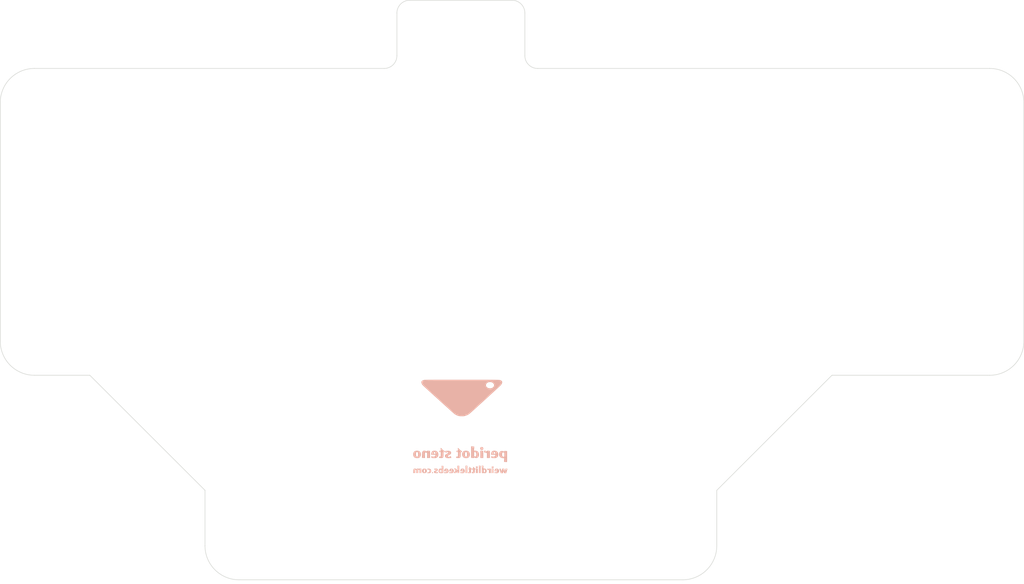
<source format=kicad_pcb>
(kicad_pcb (version 20211014) (generator pcbnew)
  (layers (0 "F.Cu" signal) (31 "B.Cu" signal) (34 "B.Paste" user) (35 "F.Paste" user) (36 "B.SilkS" user "B.Silkscreen") (37 "F.SilkS" user "F.Silkscreen") (38 "B.Mask" user) (39 "F.Mask" user) (44 "Edge.Cuts" user))
  (net 0 "")
  (footprint "MountingHole:MountingHole_2.7mm_M2.5" (layer "F.Cu") (at 95.25 44.45)
    (fp_text reference "H11")
    (fp_text value "MountingHole")
    (pad "" np_thru_hole circle (at 0 0) (size 2.7 2.7) (drill 2.7) (layers *.Cu *.Mask))
  )
  (footprint "MountingHole:MountingHole_2.7mm_M2.5" (layer "F.Cu") (at 228.6 91.44)
    (fp_text reference "H12")
    (fp_text value "MountingHole")
    (pad "" np_thru_hole circle (at 0 0) (size 2.7 2.7) (drill 2.7) (layers *.Cu *.Mask))
  )
  (footprint "MountingHole:MountingHole_2.7mm_M2.5" (layer "F.Cu") (at 190.5 44.45)
    (fp_text reference "H3")
    (fp_text value "MountingHole")
    (pad "" np_thru_hole circle (at 0 0) (size 2.7 2.7) (drill 2.7) (layers *.Cu *.Mask))
  )
  (footprint "MountingHole:MountingHole_2.7mm_M2.5" (layer "F.Cu") (at 114.3 129.54)
    (fp_text reference "H1")
    (fp_text value "MountingHole")
    (pad "" np_thru_hole circle (at 0 0) (size 2.7 2.7) (drill 2.7) (layers *.Cu *.Mask))
  )
  (footprint "MountingHole:MountingHole_2.7mm_M2.5" (layer "F.Cu") (at 64.3128 91.44)
    (fp_text reference "H2")
    (fp_text value "MountingHole")
    (pad "" np_thru_hole circle (at 0 0) (size 2.7 2.7) (drill 2.7) (layers *.Cu *.Mask))
  )
  (footprint "MountingHole:MountingHole_2.7mm_M2.5" (layer "F.Cu") (at 227.965 44.45)
    (fp_text reference "H9")
    (fp_text value "MountingHole")
    (pad "" np_thru_hole circle (at 0 0) (size 2.7 2.7) (drill 2.7) (layers *.Cu *.Mask))
  )
  (footprint "MountingHole:MountingHole_2.7mm_M2.5" (layer "F.Cu") (at 142.9004 92.71)
    (fp_text reference "H6")
    (fp_text value "MountingHole")
    (pad "" np_thru_hole circle (at 0 0) (size 2.7 2.7) (drill 2.7) (layers *.Cu *.Mask))
  )
  (footprint "MountingHole:MountingHole_2.7mm_M2.5" (layer "F.Cu") (at 171.45 129.54)
    (fp_text reference "H8")
    (fp_text value "MountingHole")
    (pad "" np_thru_hole circle (at 0 0) (size 2.7 2.7) (drill 2.7) (layers *.Cu *.Mask))
  )
  (footprint "FOOTPRINTS:STENO LOGO M" (layer "B.Cu") (at 142.875 104.775 180)
    (fp_text reference "G***")
    (fp_text value "LOGO" hide)
    (fp_poly (pts (xy 2.86565 -7.867455) (xy 2.977527 -7.926976) (xy 3.059938 -8.02779) (xy 3.110919 -8.168639) (xy 3.122219 -8.237137) (xy 3.137249 -8.364041) (xy 2.877109 -8.364041) (xy 2.753157 -8.365363) (xy 2.673624 -8.371347) (xy 2.631639 -8.38502) (xy 2.620335 -8.409409) (xy 2.632843 -8.447539) (xy 2.642928 -8.467231) (xy 2.6975 -8.518433) (xy 2.785732 -8.545366) (xy 2.895483 -8.546898) (xy 3.014613 -8.521896) (xy 3.057981 -8.505964) (xy 3.089063 -8.504044) (xy 3.108702 -8.537446) (xy 3.118788 -8.581173) (xy 3.126006 -8.646473) (xy 3.121392 -8.687996) (xy 3.11907 -8.691503) (xy 3.083305 -8.702267) (xy 3.009625 -8.709777) (xy 2.911328 -8.713986) (xy 2.801711 -8.714846) (xy 2.694071 -8.712309) (xy 2.601708 -8.706327) (xy 2.537917 -8.696852) (xy 2.527172 -8.693635) (xy 2.411263 -8.628859) (xy 2.330076 -8.530637) (xy 2.279901 -8.39418) (xy 2.274217 -8.366981) (xy 2.273189 -8.241225) (xy 2.298704 -8.157102) (xy 2.61697 -8.157102) (xy 2.625029 -8.191664) (xy 2.658318 -8.206965) (xy 2.719596 -8.210101) (xy 2.786521 -8.205939) (xy 2.816148 -8.188748) (xy 2.822222 -8.157102) (xy 2.806706 -8.078748) (xy 2.766916 -8.023098) (xy 2.719596 -8.004849) (xy 2.666782 -8.027868) (xy 2.62927 -8.0869) (xy 2.61697 -8.157102) (xy 2.298704 -8.157102) (xy 2.311254 -8.115727) (xy 2.380695 -8.00364) (xy 2.473799 -7.91812) (xy 2.561353 -7.877332) (xy 2.726271 -7.850487)) (layer "B.SilkS") (width 0) (fill solid))
    (fp_poly (pts (xy -5.721414 -8.181238) (xy -5.720272 -8.318527) (xy -5.717146 -8.443777) (xy -5.712484 -8.544784) (xy -5.706735 -8.609348) (xy -5.705379 -8.617399) (xy -5.689343 -8.697576) (xy -6.069998 -8.697576) (xy -6.068888 -8.276607) (xy -6.067778 -7.855637) (xy -5.97798 -7.840727) (xy -5.888006 -7.829935) (xy -5.804798 -7.825535) (xy -5.721414 -7.825253)) (layer "B.SilkS") (width 0) (fill solid))
    (fp_poly (pts (xy -7.738023 -7.85465) (xy -7.711248 -7.899418) (xy -7.685591 -7.960724) (xy -7.653061 -8.054782) (xy -7.619401 -8.164601) (xy -7.608402 -8.203669) (xy -7.58162 -8.296851) (xy -7.560336 -8.362561) (xy -7.547494 -8.392148) (xy -7.545088 -8.389697) (xy -7.53882 -8.348899) (xy -7.523427 -8.271483) (xy -7.501628 -8.17076) (xy -7.488732 -8.113889) (xy -7.434078 -7.876566) (xy -7.29613 -7.876566) (xy -7.205703 -7.88181) (xy -7.163277 -7.897895) (xy -7.159235 -7.908637) (xy -7.167671 -7.942847) (xy -7.190273 -8.016393) (xy -7.224118 -8.120229) (xy -7.266283 -8.245307) (xy -7.293932 -8.325556) (xy -7.427576 -8.710404) (xy -7.621032 -8.717801) (xy -7.814488 -8.725197) (xy -7.862816 -8.531121) (xy -7.887555 -8.442919) (xy -7.910323 -8.381075) (xy -7.927087 -8.356039) (xy -7.93007 -8.356957) (xy -7.946421 -8.39027) (xy -7.970905 -8.458208) (xy -7.997493 -8.543637) (xy -8.045992 -8.710404) (xy -8.238499 -8.717808) (xy -8.431006 -8.725211) (xy -8.551782 -8.332959) (xy -8.59283 -8.197873) (xy -8.627855 -8.07923) (xy -8.65428 -7.986032) (xy -8.669527 -7.927284) (xy -8.672238 -7.91218) (xy -8.649157 -7.897835) (xy -8.590843 -7.882365) (xy -8.513255 -7.868176) (xy -8.432352 -7.857673) (xy -8.364093 -7.853264) (xy -8.324436 -7.857353) (xy -8.321446 -7.859295) (xy -8.311999 -7.888266) (xy -8.298178 -7.952728) (xy -8.286041 -8.020694) (xy -8.266006 -8.126081) (xy -8.242123 -8.230011) (xy -8.228819 -8.278742) (xy -8.196528 -8.385867) (xy -8.135118 -8.118388) (xy -8.073709 -7.850909) (xy -7.991173 -7.850909) (xy -7.903044 -7.845631) (xy -7.83056 -7.835294) (xy -7.773891 -7.830817)) (layer "B.SilkS") (width 0) (fill solid))
    (fp_poly (pts (xy 0.562305 -4.278233) (xy 0.557159 -4.528384) (xy 0.697234 -4.535939) (xy 0.83731 -4.543494) (xy 0.78522 -4.797778) (xy 0.535002 -4.797778) (xy 0.543309 -5.172124) (xy 0.54695 -5.318343) (xy 0.551275 -5.42209) (xy 0.557737 -5.492198) (xy 0.567785 -5.537502) (xy 0.58287 -5.566838) (xy 0.604443 -5.589039) (xy 0.612919 -5.596051) (xy 0.68371 -5.631265) (xy 0.728374 -5.630175) (xy 0.793369 -5.611794) (xy 0.824886 -5.603001) (xy 0.850861 -5.605033) (xy 0.866106 -5.636116) (xy 0.875012 -5.70651) (xy 0.876199 -5.722948) (xy 0.87746 -5.800162) (xy 0.870907 -5.85391) (xy 0.863705 -5.867859) (xy 0.830417 -5.874395) (xy 0.757817 -5.881426) (xy 0.657885 -5.887947) (xy 0.581483 -5.891535) (xy 0.441741 -5.894468) (xy 0.340956 -5.889556) (xy 0.267232 -5.875812) (xy 0.229611 -5.862298) (xy 0.166389 -5.829623) (xy 0.118552 -5.789138) (xy 0.083793 -5.733512) (xy 0.059802 -5.655417) (xy 0.044271 -5.547525) (xy 0.03489 -5.402505) (xy 0.029656 -5.227526) (xy 0.020483 -4.797778) (xy -0.079557 -4.797778) (xy -0.143702 -4.795169) (xy -0.172123 -4.777443) (xy -0.179368 -4.72975) (xy -0.179596 -4.695673) (xy -0.175303 -4.63079) (xy -0.154014 -4.590026) (xy -0.10311 -4.555005) (xy -0.0717 -4.538524) (xy 0.016201 -4.482107) (xy 0.120441 -4.398248) (xy 0.226433 -4.300451) (xy 0.319587 -4.202222) (xy 0.385317 -4.117064) (xy 0.387723 -4.113227) (xy 0.443487 -4.048012) (xy 0.503899 -4.028081) (xy 0.567452 -4.028081)) (layer "B.SilkS") (width 0) (fill solid))
    (fp_poly (pts (xy -2.796215 -8.203687) (xy -2.795069 -8.342389) (xy -2.792156 -8.466536) (xy -2.78787 -8.565272) (xy -2.782606 -8.627742) (xy -2.780395 -8.639849) (xy -2.775083 -8.669297) (xy -2.785416 -8.686518) (xy -2.82133 -8.694789) (xy -2.892761 -8.697382) (xy -2.955546 -8.697576) (xy -3.146168 -8.697576) (xy -3.144549 -8.276592) (xy -3.142929 -7.855609) (xy -3.053131 -7.840713) (xy -2.963155 -7.829931) (xy -2.879949 -7.825535) (xy -2.796566 -7.825253)) (layer "B.SilkS") (width 0) (fill solid))
    (fp_poly (pts (xy 5.035636 -4.529435) (xy 5.118726 -4.534406) (xy 5.178236 -4.546025) (xy 5.228024 -4.567022) (xy 5.281951 -4.600124) (xy 5.282988 -4.60081) (xy 5.388407 -4.700939) (xy 5.466245 -4.842114) (xy 5.514999 -5.021186) (xy 5.526936 -5.112071) (xy 5.543247 -5.285253) (xy 5.132028 -5.285253) (xy 4.978438 -5.285528) (xy 4.868776 -5.286984) (xy 4.795654 -5.290564) (xy 4.751687 -5.297214) (xy 4.72949 -5.307877) (xy 4.721675 -5.323499) (xy 4.720808 -5.33784) (xy 4.743008 -5.430723) (xy 4.800835 -5.519376) (xy 4.88113 -5.58366) (xy 4.881596 -5.583902) (xy 4.9905 -5.617403) (xy 5.122905 -5.624663) (xy 5.258563 -5.606252) (xy 5.362266 -5.570381) (xy 5.428083 -5.540281) (xy 5.471117 -5.523816) (xy 5.479654 -5.522753) (xy 5.485744 -5.54945) (xy 5.495339 -5.611939) (xy 5.503404 -5.673236) (xy 5.521255 -5.817482) (xy 5.396839 -5.861763) (xy 5.273518 -5.892284) (xy 5.11923 -5.911202) (xy 4.953139 -5.917869) (xy 4.794407 -5.911641) (xy 4.662199 -5.891872) (xy 4.643838 -5.887145) (xy 4.478109 -5.817431) (xy 4.348358 -5.711477) (xy 4.255639 -5.570639) (xy 4.201007 -5.396272) (xy 4.188701 -5.302064) (xy 4.194957 -5.105657) (xy 4.718483 -5.105657) (xy 5.054343 -5.105657) (xy 5.054343 -5.004701) (xy 5.041617 -4.882111) (xy 5.005048 -4.798451) (xy 4.947055 -4.756936) (xy 4.870852 -4.76053) (xy 4.816893 -4.802298) (xy 4.770712 -4.885411) (xy 4.737683 -4.999957) (xy 4.735903 -5.009445) (xy 4.718483 -5.105657) (xy 4.194957 -5.105657) (xy 4.195039 -5.103073) (xy 4.245207 -4.922449) (xy 4.336272 -4.765982) (xy 4.465303 -4.63946) (xy 4.55229 -4.584254) (xy 4.611086 -4.557339) (xy 4.674724 -4.540524) (xy 4.757289 -4.531641) (xy 4.872865 -4.528521) (xy 4.915106 -4.528384)) (layer "B.SilkS") (width 0) (fill solid))
    (fp_poly (pts (xy 2.554825 -4.544249) (xy 2.67106 -4.552121) (xy 2.779977 -4.563579) (xy 2.870322 -4.577228) (xy 2.93084 -4.591673) (xy 2.950505 -4.604287) (xy 2.941031 -4.629599) (xy 2.917122 -4.686243) (xy 2.885549 -4.758826) (xy 2.853084 -4.831955) (xy 2.826498 -4.890234) (xy 2.812562 -4.918271) (xy 2.812177 -4.918767) (xy 2.788487 -4.911297) (xy 2.733035 -4.886209) (xy 2.681918 -4.86104) (xy 2.553395 -4.81017) (xy 2.450686 -4.801552) (xy 2.375346 -4.831545) (xy 2.339045 -4.870653) (xy 2.338989 -4.91218) (xy 2.378178 -4.959618) (xy 2.459611 -5.016461) (xy 2.586288 -5.086203) (xy 2.600118 -5.093286) (xy 2.743002 -5.17124) (xy 2.844222 -5.240497) (xy 2.910932 -5.308176) (xy 2.950283 -5.381394) (xy 2.968484 -5.45986) (xy 2.96167 -5.588778) (xy 2.909792 -5.705908) (xy 2.818926 -5.803671) (xy 2.695149 -5.874488) (xy 2.616455 -5.898928) (xy 2.500515 -5.915422) (xy 2.350602 -5.921848) (xy 2.183049 -5.918261) (xy 2.014188 -5.904718) (xy 1.95085 -5.896657) (xy 1.864574 -5.883122) (xy 1.801081 -5.870877) (xy 1.775031 -5.862978) (xy 1.777481 -5.835533) (xy 1.793476 -5.773093) (xy 1.819571 -5.689077) (xy 1.820056 -5.687619) (xy 1.875082 -5.522264) (xy 2.013986 -5.597497) (xy 2.132764 -5.649333) (xy 2.241017 -5.673952) (xy 2.331479 -5.672638) (xy 2.396886 -5.646673) (xy 2.429973 -5.597341) (xy 2.423474 -5.525925) (xy 2.423226 -5.525221) (xy 2.396779 -5.483487) (xy 2.341721 -5.436305) (xy 2.251214 -5.378565) (xy 2.155152 -5.324821) (xy 2.043262 -5.262649) (xy 1.967004 -5.214254) (xy 1.915885 -5.170927) (xy 1.879413 -5.123957) (xy 1.850869 -5.072229) (xy 1.807686 -4.945082) (xy 1.813603 -4.830496) (xy 1.869244 -4.724208) (xy 1.908227 -4.680379) (xy 1.980849 -4.621435) (xy 2.067534 -4.580697) (xy 2.178248 -4.555573) (xy 2.322956 -4.543471) (xy 2.442525 -4.541356)) (layer "B.SilkS") (width 0) (fill solid))
    (fp_poly (pts (xy 6.935835 -4.525021) (xy 7.031133 -4.570886) (xy 7.117726 -4.649895) (xy 7.177715 -4.744711) (xy 7.185999 -4.767357) (xy 7.195962 -4.822239) (xy 7.20622 -4.918655) (xy 7.216031 -5.046834) (xy 7.224653 -5.197007) (xy 7.231346 -5.359403) (xy 7.231649 -5.368677) (xy 7.24798 -5.875435) (xy 7.055556 -5.875677) (xy 6.945177 -5.878011) (xy 6.840941 -5.883897) (xy 6.76558 -5.892039) (xy 6.668029 -5.908159) (xy 6.685846 -5.486281) (xy 6.692099 -5.28918) (xy 6.691479 -5.137289) (xy 6.682999 -5.024844) (xy 6.665673 -4.94608) (xy 6.638512 -4.895232) (xy 6.60053 -4.866537) (xy 6.578418 -4.859002) (xy 6.493893 -4.85992) (xy 6.40153 -4.893773) (xy 6.323932 -4.952188) (xy 6.322471 -4.953787) (xy 6.306467 -4.976459) (xy 6.295355 -5.008577) (xy 6.288645 -5.057994) (xy 6.285849 -5.132562) (xy 6.286477 -5.240133) (xy 6.29004 -5.388561) (xy 6.291749 -5.446934) (xy 6.305094 -5.891387) (xy 5.734242 -5.888985) (xy 5.734242 -5.226849) (xy 5.734383 -5.025595) (xy 5.735107 -4.869738) (xy 5.736865 -4.753363) (xy 5.740108 -4.670552) (xy 5.745289 -4.615392) (xy 5.752859 -4.581965) (xy 5.76327 -4.564357) (xy 5.776972 -4.556651) (xy 5.785556 -4.554591) (xy 5.833868 -4.548352) (xy 5.91802 -4.540523) (xy 6.022623 -4.532481) (xy 6.061364 -4.529863) (xy 6.285859 -4.515257) (xy 6.285859 -4.594514) (xy 6.291154 -4.646266) (xy 6.304011 -4.664342) (xy 6.305101 -4.66391) (xy 6.495599 -4.580275) (xy 6.673886 -4.529302) (xy 6.831819 -4.512784)) (layer "B.SilkS") (width 0) (fill solid))
    (fp_poly (pts (xy -3.617576 -5.888182) (xy -4.176324 -5.888182) (xy -4.172758 -5.229656) (xy -4.171314 -5.051139) (xy -4.169098 -4.890107) (xy -4.166281 -4.753501) (xy -4.163031 -4.648259) (xy -4.159519 -4.581319) (xy -4.156364 -4.559621) (xy -4.126934 -4.553226) (xy -4.057685 -4.545095) (xy -3.960026 -4.536427) (xy -3.880556 -4.53066) (xy -3.617576 -4.513207)) (layer "B.SilkS") (width 0) (fill solid))
    (fp_poly (pts (xy -5.813584 -7.457387) (xy -5.747714 -7.506583) (xy -5.722034 -7.585359) (xy -5.721807 -7.596364) (xy -5.734878 -7.671821) (xy -5.781148 -7.723693) (xy -5.81594 -7.744442) (xy -5.907025 -7.771994) (xy -5.992547 -7.751218) (xy -6.038661 -7.720764) (xy -6.09451 -7.650921) (xy -6.100572 -7.570725) (xy -6.066323 -7.497426) (xy -6.023791 -7.457963) (xy -5.958762 -7.441891) (xy -5.91636 -7.440404)) (layer "B.SilkS") (width 0) (fill solid))
    (fp_poly (pts (xy -0.194504 -7.865492) (xy -0.129139 -7.873805) (xy -0.082621 -7.89325) (xy -0.038737 -7.928401) (xy -0.027248 -7.939249) (xy 0.052507 -8.050062) (xy 0.095634 -8.190844) (xy 0.102483 -8.280657) (xy 0.102626 -8.364041) (xy -0.153939 -8.364041) (xy -0.261642 -8.365121) (xy -0.34708 -8.368033) (xy -0.399394 -8.372285) (xy -0.410505 -8.375662) (xy -0.401 -8.40502) (xy -0.380766 -8.452553) (xy -0.326311 -8.51417) (xy -0.238414 -8.54639) (xy -0.126522 -8.547989) (xy -0.00008 -8.517743) (xy 0.030757 -8.505868) (xy 0.064151 -8.504614) (xy 0.087671 -8.541164) (xy 0.097747 -8.573467) (xy 0.108059 -8.637394) (xy 0.102142 -8.679728) (xy 0.10035 -8.682176) (xy 0.067213 -8.693092) (xy -0.005013 -8.703688) (xy -0.104117 -8.712438) (xy -0.171892 -8.716189) (xy -0.293011 -8.720105) (xy -0.377702 -8.718008) (xy -0.44069 -8.707942) (xy -0.496702 -8.687952) (xy -0.538788 -8.667448) (xy -0.642755 -8.595618) (xy -0.707297 -8.503827) (xy -0.736584 -8.383712) (xy -0.737815 -8.268105) (xy -0.722773 -8.164497) (xy -0.410505 -8.164497) (xy -0.400721 -8.193352) (xy -0.363258 -8.206951) (xy -0.294562 -8.210101) (xy -0.223884 -8.2083) (xy -0.19251 -8.197275) (xy -0.188438 -8.168601) (xy -0.194078 -8.139546) (xy -0.213147 -8.061282) (xy -0.231188 -8.021084) (xy -0.256144 -8.006497) (xy -0.279962 -8.004849) (xy -0.334165 -8.026912) (xy -0.382338 -8.080482) (xy -0.409001 -8.146629) (xy -0.410505 -8.164497) (xy -0.722773 -8.164497) (xy -0.718419 -8.134506) (xy -0.671814 -8.03204) (xy -0.589275 -7.943971) (xy -0.554571 -7.916636) (xy -0.503135 -7.887035) (xy -0.438196 -7.870622) (xy -0.34412 -7.864214) (xy -0.294931 -7.863738)) (layer "B.SilkS") (width 0) (fill solid))
    (fp_poly (pts (xy -2.874175 -7.458586) (xy -2.808426 -7.505829) (xy -2.775528 -7.571179) (xy -2.78053 -7.643683) (xy -2.828481 -7.712386) (xy -2.83851 -7.720764) (xy -2.930284 -7.76721) (xy -3.023024 -7.762447) (xy -3.06596 -7.743282) (xy -3.128605 -7.693988) (xy -3.153242 -7.629003) (xy -3.155365 -7.591906) (xy -3.133344 -7.514129) (xy -3.071361 -7.461608) (xy -2.9771 -7.440545) (xy -2.967727 -7.440404)) (layer "B.SilkS") (width 0) (fill solid))
    (fp_poly (pts (xy 6.957649 -7.878819) (xy 7.078928 -7.934508) (xy 7.171314 -8.018595) (xy 7.192359 -8.050315) (xy 7.229538 -8.154637) (xy 7.24278 -8.28165) (xy 7.23202 -8.409225) (xy 7.19719 -8.515232) (xy 7.193775 -8.521401) (xy 7.115997 -8.609878) (xy 7.003279 -8.677234) (xy 6.870057 -8.716322) (xy 6.786162 -8.723233) (xy 6.626681 -8.699346) (xy 6.542033 -8.665505) (xy 6.429945 -8.586566) (xy 6.359857 -8.4823) (xy 6.328973 -8.347741) (xy 6.326978 -8.283708) (xy 6.334198 -8.227806) (xy 6.669474 -8.227806) (xy 6.669761 -8.333756) (xy 6.683402 -8.431313) (xy 6.709975 -8.502692) (xy 6.721438 -8.517398) (xy 6.782258 -8.552295) (xy 6.83925 -8.53725) (xy 6.876672 -8.490992) (xy 6.892837 -8.430458) (xy 6.900264 -8.338811) (xy 6.899175 -8.235463) (xy 6.889793 -8.139826) (xy 6.872341 -8.071312) (xy 6.871841 -8.070198) (xy 6.827941 -8.016723) (xy 6.773191 -8.010554) (xy 6.717839 -8.052221) (xy 6.710647 -8.061871) (xy 6.682962 -8.131249) (xy 6.669474 -8.227806) (xy 6.334198 -8.227806) (xy 6.346082 -8.135798) (xy 6.401137 -8.021614) (xy 6.495555 -7.935207) (xy 6.542033 -7.908637) (xy 6.677044 -7.863235) (xy 6.819635 -7.854179)) (layer "B.SilkS") (width 0) (fill solid))
    (fp_poly (pts (xy -6.511876 -7.872528) (xy -6.399638 -7.934317) (xy -6.317689 -8.034117) (xy -6.270429 -8.168685) (xy -6.260345 -8.280657) (xy -6.260202 -8.364041) (xy -6.516768 -8.364041) (xy -6.624463 -8.366103) (xy -6.709899 -8.371665) (xy -6.762216 -8.379786) (xy -6.773333 -8.386237) (xy -6.75335 -8.434663) (xy -6.704917 -8.48954) (xy -6.645309 -8.534031) (xy -6.605089 -8.550199) (xy -6.515418 -8.551578) (xy -6.406294 -8.530996) (xy -6.332072 -8.505868) (xy -6.298677 -8.504614) (xy -6.275158 -8.541164) (xy -6.265081 -8.573467) (xy -6.254769 -8.637394) (xy -6.260686 -8.679728) (xy -6.262478 -8.682176) (xy -6.295615 -8.693092) (xy -6.367841 -8.703688) (xy -6.466946 -8.712438) (xy -6.534721 -8.716189) (xy -6.655839 -8.720105) (xy -6.74053 -8.718008) (xy -6.803519 -8.707942) (xy -6.85953 -8.687952) (xy -6.901616 -8.667448) (xy -7.011386 -8.58596) (xy -7.079261 -8.47579) (xy -7.106238 -8.335193) (xy -7.106829 -8.307984) (xy -7.088809 -8.164497) (xy -6.773333 -8.164497) (xy -6.763677 -8.193196) (xy -6.726616 -8.206823) (xy -6.65584 -8.210101) (xy -6.538347 -8.210101) (xy -6.556231 -8.126718) (xy -6.574646 -8.053094) (xy -6.594743 -8.017071) (xy -6.626082 -8.00554) (xy -6.64511 -8.004849) (xy -6.697524 -8.026818) (xy -6.744786 -8.080007) (xy -6.771578 -8.145344) (xy -6.773333 -8.164497) (xy -7.088809 -8.164497) (xy -7.086946 -8.149659) (xy -7.02808 -8.023088) (xy -6.931579 -7.930229) (xy -6.809618 -7.87595) (xy -6.650003 -7.851991)) (layer "B.SilkS") (width 0) (fill solid))
    (fp_poly (pts (xy -1.584128 -7.531225) (xy -1.569179 -7.582191) (xy -1.565055 -7.67941) (xy -1.56505 -7.684142) (xy -1.56505 -7.850909) (xy -1.475252 -7.850909) (xy -1.414921 -7.8552) (xy -1.390175 -7.876964) (xy -1.385454 -7.927879) (xy -1.391812 -7.982397) (xy -1.4218 -8.002491) (xy -1.462424 -8.004849) (xy -1.539394 -8.004849) (xy -1.539394 -8.245445) (xy -1.536188 -8.378213) (xy -1.52443 -8.466518) (xy -1.500908 -8.516929) (xy -1.462412 -8.536016) (xy -1.405729 -8.530351) (xy -1.400737 -8.529132) (xy -1.35625 -8.522447) (xy -1.337842 -8.541494) (xy -1.334144 -8.598757) (xy -1.334141 -8.602252) (xy -1.346192 -8.676983) (xy -1.374725 -8.707659) (xy -1.422628 -8.715599) (xy -1.503441 -8.71994) (xy -1.599129 -8.720746) (xy -1.691661 -8.718085) (xy -1.763004 -8.712022) (xy -1.789839 -8.706143) (xy -1.830123 -8.674495) (xy -1.859917 -8.612616) (xy -1.880853 -8.514415) (xy -1.894559 -8.373807) (xy -1.898586 -8.299899) (xy -1.911414 -8.017677) (xy -1.98197 -8.009559) (xy -2.039682 -7.988052) (xy -2.055593 -7.947327) (xy -2.031153 -7.895772) (xy -1.967813 -7.841778) (xy -1.951216 -7.831772) (xy -1.878947 -7.780068) (xy -1.796561 -7.706031) (xy -1.739747 -7.645775) (xy -1.66483 -7.564023) (xy -1.614484 -7.525504)) (layer "B.SilkS") (width 0) (fill solid))
    (fp_poly (pts (xy -4.849091 -4.704097) (xy -4.791364 -4.651312) (xy -4.658474 -4.561942) (xy -4.509262 -4.518995) (xy -4.451883 -4.515556) (xy -4.376224 -4.520924) (xy -4.332336 -4.542399) (xy -4.31713 -4.588032) (xy -4.327518 -4.665876) (xy -4.355337 -4.767288) (xy -4.385797 -4.859609) (xy -4.41102 -4.910909) (xy -4.436586 -4.930326) (xy -4.454901 -4.930389) (xy -4.566568 -4.912382) (xy -4.64295 -4.905932) (xy -4.698709 -4.910841) (xy -4.747367 -4.926435) (xy -4.805536 -4.96495) (xy -4.837841 -5.013013) (xy -4.83787 -5.013129) (xy -4.842111 -5.056816) (xy -4.844844 -5.141656) (xy -4.845935 -5.257506) (xy -4.845253 -5.394223) (xy -4.843958 -5.480949) (xy -4.836263 -5.893853) (xy -5.120944 -5.891018) (xy -5.405625 -5.888182) (xy -5.403166 -5.227247) (xy -5.402042 -5.022671) (xy -5.400148 -4.863787) (xy -5.397141 -4.744976) (xy -5.392679 -4.660617) (xy -5.386418 -4.605091) (xy -5.378017 -4.57278) (xy -5.367132 -4.558062) (xy -5.362222 -4.555899) (xy -5.320638 -4.549549) (xy -5.241671 -4.541305) (xy -5.139147 -4.532534) (xy -5.086414 -4.528596) (xy -4.849091 -4.511704)) (layer "B.SilkS") (width 0) (fill solid))
    (fp_poly (pts (xy -3.880587 -7.485303) (xy -3.887469 -7.565831) (xy -3.892649 -7.686235) (xy -3.895883 -7.8351) (xy -3.896926 -8.00101) (xy -3.895534 -8.17255) (xy -3.895445 -8.178049) (xy -3.892923 -8.354854) (xy -3.892197 -8.486777) (xy -3.893672 -8.58023) (xy -3.897753 -8.641623) (xy -3.904847 -8.677369) (xy -3.915358 -8.69388) (xy -3.928288 -8.697594) (xy -3.977895 -8.700948) (xy -4.05442 -8.70942) (xy -4.088641 -8.713892) (xy -4.162035 -8.721113) (xy -4.197601 -8.71459) (xy -4.207609 -8.691676) (xy -4.207677 -8.688235) (xy -4.215203 -8.654589) (xy -4.244108 -8.652317) (xy -4.303877 -8.681098) (xy -4.310303 -8.684748) (xy -4.416078 -8.718101) (xy -4.533912 -8.712364) (xy -4.638968 -8.671262) (xy -4.724681 -8.591113) (xy -4.777132 -8.474531) (xy -4.797107 -8.319643) (xy -4.797356 -8.294309) (xy -4.793171 -8.260264) (xy -4.509797 -8.260264) (xy -4.508208 -8.366267) (xy -4.484277 -8.455352) (xy -4.441623 -8.5189) (xy -4.383863 -8.548295) (xy -4.320844 -8.537926) (xy -4.290832 -8.52179) (xy -4.272555 -8.499406) (xy -4.263627 -8.459678) (xy -4.261658 -8.391511) (xy -4.264261 -8.283809) (xy -4.264501 -8.276127) (xy -4.271818 -8.043334) (xy -4.361504 -8.043334) (xy -4.420343 -8.048315) (xy -4.454227 -8.072574) (xy -4.480032 -8.130086) (xy -4.485426 -8.14596) (xy -4.509797 -8.260264) (xy -4.793171 -8.260264) (xy -4.777628 -8.133838) (xy -4.719379 -8.007214) (xy -4.622498 -7.914321) (xy -4.486873 -7.855046) (xy -4.346329 -7.831417) (xy -4.179455 -7.818022) (xy -4.196798 -7.581753) (xy -4.214141 -7.345485) (xy -4.130732 -7.328803) (xy -4.04427 -7.317056) (xy -3.952874 -7.312122) (xy -3.857253 -7.312122)) (layer "B.SilkS") (width 0) (fill solid))
    (fp_poly (pts (xy -1.898586 -5.875354) (xy -1.994798 -5.875536) (xy -2.072176 -5.87813) (xy -2.175728 -5.884682) (xy -2.264192 -5.892075) (xy -2.437374 -5.908431) (xy -2.437374 -5.840579) (xy -2.440726 -5.79056) (xy -2.447654 -5.772728) (xy -2.474551 -5.78269) (xy -2.533759 -5.808516) (xy -2.59518 -5.836618) (xy -2.762489 -5.890233) (xy -2.924772 -5.893756) (xy -3.068938 -5.851927) (xy -3.185668 -5.774465) (xy -3.274989 -5.65885) (xy -3.339566 -5.50133) (xy -3.352822 -5.452279) (xy -3.376069 -5.342752) (xy -3.378752 -5.30737) (xy -2.864771 -5.30737) (xy -2.835597 -5.448773) (xy -2.778502 -5.559) (xy -2.755871 -5.584846) (xy -2.697887 -5.625945) (xy -2.635108 -5.629571) (xy -2.555387 -5.595125) (xy -2.520074 -5.573207) (xy -2.497061 -5.556073) (xy -2.481266 -5.534134) (xy -2.471565 -5.498641) (xy -2.466835 -5.440844) (xy -2.465954 -5.351993) (xy -2.467799 -5.223338) (xy -2.468761 -5.173398) (xy -2.475859 -4.811775) (xy -2.546414 -4.786996) (xy -2.642921 -4.775569) (xy -2.725755 -4.811267) (xy -2.792274 -4.891104) (xy -2.839833 -5.01209) (xy -2.86342 -5.145436) (xy -2.864771 -5.30737) (xy -3.378752 -5.30737) (xy -3.382858 -5.253231) (xy -3.374214 -5.155481) (xy -3.365595 -5.101463) (xy -3.312031 -4.91112) (xy -3.223075 -4.757904) (xy -3.098877 -4.641933) (xy -2.939589 -4.563324) (xy -2.745361 -4.522195) (xy -2.613533 -4.515556) (xy -2.438657 -4.515556) (xy -2.449605 -4.445) (xy -2.455023 -4.392009) (xy -2.461548 -4.300815) (xy -2.468336 -4.184491) (xy -2.474216 -4.063647) (xy -2.487878 -3.75285) (xy -2.264338 -3.734712) (xy -2.153124 -3.724729) (xy -2.053685 -3.714108) (xy -1.983076 -3.704722) (xy -1.969692 -3.702353) (xy -1.898586 -3.688132)) (layer "B.SilkS") (width 0) (fill solid))
    (fp_poly (pts (xy 8.233577 -4.521082) (xy 8.433475 -4.552985) (xy 8.598136 -4.622064) (xy 8.726601 -4.727312) (xy 8.817914 -4.867724) (xy 8.871118 -5.042293) (xy 8.885606 -5.206518) (xy 8.867372 -5.409421) (xy 8.809217 -5.580418) (xy 8.71243 -5.718174) (xy 8.578305 -5.82135) (xy 8.408132 -5.888611) (xy 8.203205 -5.918618) (xy 8.197273 -5.918896) (xy 8.058789 -5.919646) (xy 7.948541 -5.906011) (xy 7.855594 -5.879389) (xy 7.697512 -5.798019) (xy 7.574842 -5.68071) (xy 7.489409 -5.530316) (xy 7.443038 -5.349693) (xy 7.437151 -5.258873) (xy 7.962712 -5.258873) (xy 7.97661 -5.394025) (xy 8.006739 -5.510691) (xy 8.053099 -5.595671) (xy 8.069429 -5.612374) (xy 8.120652 -5.651524) (xy 8.156674 -5.669904) (xy 8.158788 -5.670101) (xy 8.191949 -5.654611) (xy 8.242215 -5.616867) (xy 8.247407 -5.612374) (xy 8.29595 -5.541558) (xy 8.331239 -5.434196) (xy 8.352393 -5.303543) (xy 8.35853 -5.162853) (xy 8.348769 -5.025379) (xy 8.322227 -4.904376) (xy 8.298379 -4.846151) (xy 8.241137 -4.777437) (xy 8.169915 -4.753638) (xy 8.095182 -4.776985) (xy 8.069428 -4.797367) (xy 8.018403 -4.87448) (xy 7.983608 -4.985901) (xy 7.965045 -5.118432) (xy 7.962712 -5.258873) (xy 7.437151 -5.258873) (xy 7.434703 -5.221112) (xy 7.455645 -5.021146) (xy 7.516947 -4.85172) (xy 7.616324 -4.714837) (xy 7.751491 -4.612499) (xy 7.920163 -4.546708) (xy 8.120053 -4.519468)) (layer "B.SilkS") (width 0) (fill solid))
    (fp_poly (pts (xy -0.874503 -4.521082) (xy -0.701822 -4.544322) (xy -0.562209 -4.594946) (xy -0.442044 -4.679047) (xy -0.378065 -4.743153) (xy -0.299468 -4.853715) (xy -0.250829 -4.983216) (xy -0.228506 -5.143142) (xy -0.2261 -5.222485) (xy -0.248028 -5.408329) (xy -0.313072 -5.575755) (xy -0.416781 -5.717509) (xy -0.554709 -5.826339) (xy -0.615758 -5.857818) (xy -0.756515 -5.900733) (xy -0.921686 -5.919853) (xy -1.089851 -5.914453) (xy -1.23959 -5.883811) (xy -1.25274 -5.879326) (xy -1.414251 -5.797238) (xy -1.538587 -5.68051) (xy -1.624382 -5.531255) (xy -1.670268 -5.351587) (xy -1.67806 -5.221724) (xy -1.676095 -5.203917) (xy -1.149463 -5.203917) (xy -1.143352 -5.333464) (xy -1.122144 -5.473185) (xy -1.08874 -5.569618) (xy -1.038704 -5.630199) (xy -0.967601 -5.662364) (xy -0.944309 -5.667125) (xy -0.914772 -5.653966) (xy -0.866187 -5.617863) (xy -0.859744 -5.612374) (xy -0.811774 -5.542185) (xy -0.778508 -5.435896) (xy -0.760235 -5.306654) (xy -0.757243 -5.167606) (xy -0.769823 -5.0319) (xy -0.798264 -4.912683) (xy -0.842387 -4.823729) (xy -0.904375 -4.765892) (xy -0.965447 -4.754117) (xy -1.022529 -4.783195) (xy -1.072545 -4.847922) (xy -1.112423 -4.943088) (xy -1.139087 -5.063489) (xy -1.149463 -5.203917) (xy -1.676095 -5.203917) (xy -1.655945 -5.021362) (xy -1.593562 -4.851664) (xy -1.493198 -4.714626) (xy -1.357143 -4.612243) (xy -1.187686 -4.546512) (xy -0.987115 -4.519427)) (layer "B.SilkS") (width 0) (fill solid))
    (fp_poly (pts (xy 6.103494 -7.866082) (xy 6.187095 -7.872258) (xy 6.237752 -7.880983) (xy 6.24036 -7.881945) (xy 6.267578 -7.897486) (xy 6.269626 -7.922313) (xy 6.246505 -7.972808) (xy 6.24036 -7.984571) (xy 6.20972 -8.04249) (xy 6.190758 -8.077466) (xy 6.189219 -8.080108) (xy 6.168576 -8.074862) (xy 6.152017 -8.060866) (xy 6.107453 -8.04053) (xy 6.038275 -8.030678) (xy 6.028138 -8.030505) (xy 5.934327 -8.049495) (xy 5.871226 -8.107838) (xy 5.836924 -8.20759) (xy 5.832428 -8.241131) (xy 5.841041 -8.361614) (xy 5.888108 -8.45981) (xy 5.966067 -8.528116) (xy 6.067354 -8.558931) (xy 6.144499 -8.554819) (xy 6.202432 -8.548729) (xy 6.22932 -8.567469) (xy 6.2416 -8.611831) (xy 6.247917 -8.670799) (xy 6.2435 -8.703844) (xy 6.213916 -8.713044) (xy 6.146396 -8.719881) (xy 6.054306 -8.723124) (xy 6.033215 -8.723233) (xy 5.909589 -8.718862) (xy 5.816988 -8.70332) (xy 5.735679 -8.672966) (xy 5.720436 -8.665505) (xy 5.617147 -8.595185) (xy 5.552883 -8.50406) (xy 5.523634 -8.384084) (xy 5.522387 -8.268105) (xy 5.54815 -8.117435) (xy 5.607703 -8.003331) (xy 5.703029 -7.924126) (xy 5.836111 -7.878154) (xy 6.003636 -7.863738)) (layer "B.SilkS") (width 0) (fill solid))
    (fp_poly (pts (xy 3.560159 -7.909803) (xy 3.620938 -7.891548) (xy 3.782632 -7.858179) (xy 3.913438 -7.865358) (xy 4.014652 -7.91401) (xy 4.087566 -8.005065) (xy 4.133476 -8.139449) (xy 4.151133 -8.271537) (xy 4.150421 -8.417853) (xy 4.121598 -8.527576) (xy 4.060594 -8.609447) (xy 3.96487 -8.671469) (xy 3.853406 -8.705865) (xy 3.712537 -8.721034) (xy 3.560581 -8.716609) (xy 3.415856 -8.69222) (xy 3.383629 -8.683169) (xy 3.265137 -8.646679) (xy 3.260917 -8.432638) (xy 3.620643 -8.432638) (xy 3.622511 -8.506655) (xy 3.630138 -8.548837) (xy 3.644967 -8.568883) (xy 3.661571 -8.5752) (xy 3.742414 -8.569595) (xy 3.806923 -8.522515) (xy 3.83811 -8.456709) (xy 3.852554 -8.34847) (xy 3.851907 -8.237395) (xy 3.837039 -8.144178) (xy 3.823483 -8.108699) (xy 3.786411 -8.06847) (xy 3.725389 -8.060024) (xy 3.712083 -8.061078) (xy 3.630404 -8.06899) (xy 3.623086 -8.317086) (xy 3.620643 -8.432638) (xy 3.260917 -8.432638) (xy 3.252612 -8.011471) (xy 3.249276 -7.836854) (xy 3.246493 -7.680357) (xy 3.24437 -7.548924) (xy 3.243012 -7.449498) (xy 3.242526 -7.389022) (xy 3.242821 -7.373357) (xy 3.267628 -7.369602) (xy 3.330222 -7.362491) (xy 3.417307 -7.35353) (xy 3.421607 -7.353106) (xy 3.597659 -7.335761)) (layer "B.SilkS") (width 0) (fill solid))
    (fp_poly (pts (xy 4.753146 -7.858075) (xy 4.848091 -7.864295) (xy 4.924107 -7.873025) (xy 4.966361 -7.883516) (xy 4.96927 -7.885566) (xy 4.970233 -7.915024) (xy 4.95909 -7.975547) (xy 4.951887 -8.004216) (xy 4.932518 -8.070063) (xy 4.914523 -8.094712) (xy 4.885986 -8.086528) (xy 4.858986 -8.069428) (xy 4.789012 -8.039956) (xy 4.717362 -8.034143) (xy 4.659702 -8.050256) (xy 4.631695 -8.086563) (xy 4.63101 -8.094647) (xy 4.653331 -8.141813) (xy 4.722495 -8.191323) (xy 4.746465 -8.203918) (xy 4.868443 -8.271095) (xy 4.948697 -8.331216) (xy 4.994898 -8.391125) (xy 5.011997 -8.440943) (xy 5.009224 -8.542817) (xy 4.964403 -8.630387) (xy 4.885359 -8.68949) (xy 4.871699 -8.694795) (xy 4.80771 -8.707173) (xy 4.709059 -8.715415) (xy 4.592254 -8.719216) (xy 4.473802 -8.718275) (xy 4.37021 -8.71229) (xy 4.315601 -8.70498) (xy 4.282799 -8.694899) (xy 4.269745 -8.673641) (xy 4.276307 -8.630141) (xy 4.302349 -8.553336) (xy 4.313401 -8.523588) (xy 4.333812 -8.48383) (xy 4.362422 -8.48396) (xy 4.393359 -8.501827) (xy 4.47191 -8.538185) (xy 4.55521 -8.556907) (xy 4.622782 -8.554246) (xy 4.639949 -8.546931) (xy 4.667952 -8.506359) (xy 4.650413 -8.454899) (xy 4.590484 -8.397845) (xy 4.528064 -8.359059) (xy 4.444318 -8.307324) (xy 4.371266 -8.251262) (xy 4.342374 -8.222931) (xy 4.293847 -8.134297) (xy 4.290958 -8.043923) (xy 4.329347 -7.961607) (xy 4.404652 -7.897146) (xy 4.50305 -7.861984) (xy 4.565794 -7.85617) (xy 4.654103 -7.855117)) (layer "B.SilkS") (width 0) (fill solid))
    (fp_poly (pts (xy -5.259596 -7.988137) (xy -5.195769 -7.928175) (xy -5.116077 -7.880022) (xy -5.02338 -7.865975) (xy -4.94928 -7.871836) (xy -4.910111 -7.899303) (xy -4.900186 -7.95743) (xy -4.911642 -8.04388) (xy -4.926065 -8.10054) (xy -4.950915 -8.11785) (xy -5.003676 -8.107287) (xy -5.006862 -8.106376) (xy -5.092954 -8.098823) (xy -5.163574 -8.123719) (xy -5.241054 -8.163785) (xy -5.227432 -8.430681) (xy -5.21381 -8.697576) (xy -5.563863 -8.697576) (xy -5.572083 -8.293485) (xy -5.574881 -8.155759) (xy -5.57727 -8.037808) (xy -5.579074 -7.94837) (xy -5.580117 -7.896185) (xy -5.580303 -7.886381) (xy -5.557058 -7.882285) (xy -5.496407 -7.874577) (xy -5.419949 -7.865864) (xy -5.259596 -7.848361)) (layer "B.SilkS") (width 0) (fill solid))
    (fp_poly (pts (xy 7.719692 -7.844737) (xy 7.722626 -7.873359) (xy 7.723919 -7.910802) (xy 7.736265 -7.923987) (xy 7.772365 -7.914741) (xy 7.834124 -7.889394) (xy 7.959808 -7.855547) (xy 8.079489 -7.857016) (xy 8.178394 -7.893188) (xy 8.194148 -7.904349) (xy 8.262086 -7.957788) (xy 8.37896 -7.90121) (xy 8.481803 -7.862722) (xy 8.580742 -7.855127) (xy 8.614936 -7.858056) (xy 8.690119 -7.87163) (xy 8.747359 -7.897478) (xy 8.789307 -7.942042) (xy 8.818615 -8.011769) (xy 8.837936 -8.1131) (xy 8.849922 -8.252481) (xy 8.857226 -8.436356) (xy 8.857533 -8.447445) (xy 8.864343 -8.697616) (xy 8.493903 -8.697576) (xy 8.479495 -8.06899) (xy 8.413157 -8.061279) (xy 8.361176 -8.061857) (xy 8.325255 -8.082319) (xy 8.303021 -8.129557) (xy 8.292102 -8.210458) (xy 8.290126 -8.331914) (xy 8.291851 -8.413589) (xy 8.299899 -8.697681) (xy 8.113889 -8.697628) (xy 7.927879 -8.697576) (xy 7.927879 -8.388892) (xy 7.926315 -8.24532) (xy 7.919586 -8.146584) (xy 7.904633 -8.086248) (xy 7.878398 -8.057879) (xy 7.837823 -8.055041) (xy 7.779849 -8.071301) (xy 7.777351 -8.072178) (xy 7.709798 -8.095987) (xy 7.709798 -8.697634) (xy 7.363434 -8.697576) (xy 7.363434 -7.850909) (xy 7.462854 -7.850909) (xy 7.553171 -7.846502) (xy 7.637649 -7.835801) (xy 7.64245 -7.834874) (xy 7.698047 -7.828393)) (layer "B.SilkS") (width 0) (fill solid))
    (fp_poly (pts (xy -2.269226 -7.540774) (xy -2.260824 -7.602) (xy -2.257778 -7.684142) (xy -2.257778 -7.850909) (xy -2.159595 -7.850909) (xy -2.096258 -7.853723) (xy -2.070924 -7.869841) (xy -2.070314 -7.910777) (xy -2.072497 -7.926436) (xy -2.092028 -7.984165) (xy -2.137219 -8.00771) (xy -2.151437 -8.009819) (xy -2.183843 -8.01555) (xy -2.204236 -8.030458) (xy -2.215919 -8.064845) (xy -2.222195 -8.129012) (xy -2.226366 -8.233263) (xy -2.226743 -8.244709) (xy -2.227984 -8.375571) (xy -2.219231 -8.462555) (xy -2.197042 -8.51268) (xy -2.157974 -8.53296) (xy -2.098585 -8.530414) (xy -2.08753 -8.528463) (xy -2.001358 -8.512297) (xy -2.018148 -8.598522) (xy -2.037238 -8.662572) (xy -2.061039 -8.702126) (xy -2.062974 -8.703597) (xy -2.101249 -8.71305) (xy -2.175099 -8.719942) (xy -2.2688 -8.722829) (xy -2.272182 -8.72284) (xy -2.376387 -8.720053) (xy -2.444336 -8.70899) (xy -2.490837 -8.686425) (xy -2.509195 -8.671209) (xy -2.542494 -8.635146) (xy -2.565598 -8.593066) (xy -2.580713 -8.534762) (xy -2.590045 -8.450026) (xy -2.595799 -8.328652) (xy -2.597755 -8.261415) (xy -2.604141 -8.017677) (xy -2.674697 -8.009559) (xy -2.730994 -7.98623) (xy -2.749191 -7.942964) (xy -2.729647 -7.893797) (xy -2.672721 -7.852762) (xy -2.670666 -7.851896) (xy -2.617453 -7.818758) (xy -2.54426 -7.759067) (xy -2.465256 -7.684569) (xy -2.450256 -7.669188) (xy -2.380115 -7.598939) (xy -2.32211 -7.545928) (xy -2.286127 -7.519027) (xy -2.281106 -7.517374)) (layer "B.SilkS") (width 0) (fill solid))
    (fp_poly (pts (xy -3.348182 -8.697576) (xy -3.661968 -8.697576) (xy -3.674769 -8.024091) (xy -3.677903 -7.843657) (xy -3.680167 -7.680776) (xy -3.681513 -7.542273) (xy -3.681889 -7.434975) (xy -3.681249 -7.365705) (xy -3.679666 -7.341353) (xy -3.652003 -7.334667) (xy -3.587678 -7.326389) (xy -3.509972 -7.319113) (xy -3.348182 -7.306126)) (layer "B.SilkS") (width 0) (fill solid))
    (fp_poly (pts (xy 1.944336 -7.884144) (xy 2.044996 -7.95411) (xy 2.116689 -8.056869) (xy 2.152429 -8.188658) (xy 2.155152 -8.240874) (xy 2.155152 -8.362246) (xy 1.899375 -8.369557) (xy 1.643597 -8.376869) (xy 1.675592 -8.44101) (xy 1.735074 -8.506314) (xy 1.827397 -8.542474) (xy 1.942112 -8.547898) (xy 2.06877 -8.520993) (xy 2.106673 -8.506737) (xy 2.136139 -8.506204) (xy 2.154674 -8.541763) (xy 2.16361 -8.585817) (xy 2.170922 -8.650713) (xy 2.169361 -8.690227) (xy 2.16758 -8.6937) (xy 2.134427 -8.702257) (xy 2.063114 -8.708459) (xy 1.966742 -8.71222) (xy 1.858414 -8.713455) (xy 1.751233 -8.712077) (xy 1.6583 -8.707999) (xy 1.592718 -8.701135) (xy 1.577076 -8.697589) (xy 1.463889 -8.638546) (xy 1.381604 -8.548043) (xy 1.330702 -8.435946) (xy 1.311667 -8.312122) (xy 1.324984 -8.186437) (xy 1.326412 -8.182795) (xy 1.650446 -8.182795) (xy 1.663413 -8.203354) (xy 1.708642 -8.209656) (xy 1.756986 -8.210101) (xy 1.829126 -8.206893) (xy 1.86334 -8.193245) (xy 1.872824 -8.163127) (xy 1.872929 -8.157102) (xy 1.857774 -8.079758) (xy 1.819157 -8.02389) (xy 1.772542 -8.004849) (xy 1.7142 -8.024965) (xy 1.673394 -8.088276) (xy 1.657897 -8.139546) (xy 1.650446 -8.182795) (xy 1.326412 -8.182795) (xy 1.371135 -8.068757) (xy 1.450603 -7.968948) (xy 1.538416 -7.908637) (xy 1.68406 -7.857644) (xy 1.821695 -7.850734)) (layer "B.SilkS") (width 0) (fill solid))
    (fp_poly (pts (xy -6.030576 -4.53486) (xy -5.884781 -4.590553) (xy -5.772089 -4.684388) (xy -5.691328 -4.817555) (xy -5.641325 -4.991243) (xy -5.626114 -5.109096) (xy -5.611346 -5.285253) (xy -6.011229 -5.285253) (xy -6.170345 -5.286915) (xy -6.295971 -5.291668) (xy -6.382574 -5.299164) (xy -6.424622 -5.309054) (xy -6.427307 -5.311456) (xy -6.428831 -5.357004) (xy -6.401447 -5.422305) (xy -6.354284 -5.492669) (xy -6.296472 -5.553406) (xy -6.261225 -5.578685) (xy -6.146203 -5.618682) (xy -6.008577 -5.625681) (xy -5.864888 -5.599863) (xy -5.793429 -5.573601) (xy -5.674874 -5.521159) (xy -5.657908 -5.614873) (xy -5.642638 -5.694263) (xy -5.62842 -5.760767) (xy -5.627508 -5.76462) (xy -5.625854 -5.798756) (xy -5.647758 -5.823586) (xy -5.70364 -5.847365) (xy -5.751129 -5.862526) (xy -5.872133 -5.889579) (xy -6.019377 -5.907814) (xy -6.175915 -5.916549) (xy -6.324797 -5.915102) (xy -6.449075 -5.902791) (xy -6.49616 -5.8925) (xy -6.666719 -5.822887) (xy -6.797523 -5.721563) (xy -6.889249 -5.587572) (xy -6.942576 -5.419957) (xy -6.958293 -5.241108) (xy -6.94565 -5.105657) (xy -6.414141 -5.105657) (xy -6.073631 -5.105657) (xy -6.090107 -4.985455) (xy -6.117438 -4.86755) (xy -6.160117 -4.788069) (xy -6.214859 -4.752086) (xy -6.241699 -4.751307) (xy -6.298923 -4.781829) (xy -6.353766 -4.846546) (xy -6.395652 -4.928999) (xy -6.414005 -5.012731) (xy -6.414141 -5.019653) (xy -6.414141 -5.105657) (xy -6.94565 -5.105657) (xy -6.939061 -5.035062) (xy -6.880358 -4.8614) (xy -6.783582 -4.721479) (xy -6.650131 -4.616653) (xy -6.481404 -4.548279) (xy -6.278797 -4.517712) (xy -6.210646 -4.516119)) (layer "B.SilkS") (width 0) (fill solid))
    (fp_poly (pts (xy 0.610913 -8.22293) (xy 0.714349 -8.107475) (xy 0.780107 -8.028546) (xy 0.837957 -7.949774) (xy 0.863717 -7.908637) (xy 0.889597 -7.865666) (xy 0.917299 -7.840773) (xy 0.96058 -7.829025) (xy 1.033199 -7.825487) (xy 1.096238 -7.825253) (xy 1.18655 -7.827678) (xy 1.252621 -7.834077) (xy 1.281778 -7.84314) (xy 1.282195 -7.844495) (xy 1.265399 -7.870612) (xy 1.22107 -7.923955) (xy 1.157376 -7.994896) (xy 1.127086 -8.027335) (xy 0.97261 -8.190931) (xy 1.140548 -8.409576) (xy 1.209463 -8.502373) (xy 1.264677 -8.582568) (xy 1.299589 -8.640205) (xy 1.308485 -8.662898) (xy 1.295786 -8.680448) (xy 1.252629 -8.691277) (xy 1.171425 -8.696556) (xy 1.083498 -8.697576) (xy 0.858511 -8.697576) (xy 0.775601 -8.546763) (xy 0.726485 -8.463579) (xy 0.680359 -8.395736) (xy 0.650058 -8.360753) (xy 0.628532 -8.346797) (xy 0.617362 -8.355538) (xy 0.615015 -8.39549) (xy 0.61996 -8.475167) (xy 0.622926 -8.511566) (xy 0.638429 -8.697576) (xy 0.312932 -8.697576) (xy 0.302966 -8.024091) (xy 0.30034 -7.844036) (xy 0.298051 -7.681894) (xy 0.296188 -7.544409) (xy 0.294838 -7.43833) (xy 0.294093 -7.370401) (xy 0.294025 -7.347352) (xy 0.317918 -7.343297) (xy 0.379718 -7.335733) (xy 0.466273 -7.326266) (xy 0.470183 -7.325858) (xy 0.645315 -7.30762)) (layer "B.SilkS") (width 0) (fill solid))
    (fp_poly (pts (xy 3.740324 -4.541213) (xy 4.032158 -4.541213) (xy 4.015376 -4.624596) (xy 3.995744 -4.71561) (xy 3.976228 -4.767381) (xy 3.946869 -4.79098) (xy 3.897706 -4.79748) (xy 3.859584 -4.797778) (xy 3.745859 -4.797778) (xy 3.745859 -5.154872) (xy 3.746991 -5.288128) (xy 3.750094 -5.405225) (xy 3.754731 -5.495436) (xy 3.760463 -5.548035) (xy 3.762186 -5.554514) (xy 3.805974 -5.603512) (xy 3.8802 -5.627484) (xy 3.967973 -5.621232) (xy 3.973785 -5.619644) (xy 4.021594 -5.608633) (xy 4.046705 -5.619074) (xy 4.060398 -5.662045) (xy 4.068518 -5.712665) (xy 4.074135 -5.794813) (xy 4.064208 -5.847555) (xy 4.059435 -5.854263) (xy 4.02404 -5.866372) (xy 3.949479 -5.878102) (xy 3.847886 -5.887857) (xy 3.767596 -5.892636) (xy 3.639405 -5.896862) (xy 3.549445 -5.894985) (xy 3.48486 -5.885752) (xy 3.432798 -5.867905) (xy 3.412323 -5.857929) (xy 3.351581 -5.820364) (xy 3.306015 -5.77451) (xy 3.273541 -5.712896) (xy 3.252073 -5.628054) (xy 3.239527 -5.512515) (xy 3.233817 -5.358808) (xy 3.232767 -5.214697) (xy 3.232727 -4.797778) (xy 3.001818 -4.797778) (xy 3.001818 -4.701522) (xy 3.006051 -4.642552) (xy 3.02659 -4.603037) (xy 3.075198 -4.56729) (xy 3.121643 -4.541699) (xy 3.23477 -4.46953) (xy 3.352848 -4.374242) (xy 3.461181 -4.269363) (xy 3.545073 -4.168416) (xy 3.570587 -4.128499) (xy 3.614879 -4.062583) (xy 3.659118 -4.033302) (xy 3.702037 -4.028081) (xy 3.77705 -4.028081)) (layer "B.SilkS") (width 0) (fill solid))
    (fp_poly (pts (xy -8.130866 -4.568096) (xy -8.081985 -4.574778) (xy -8.061 -4.591412) (xy -8.056208 -4.622499) (xy -8.056162 -4.629599) (xy -8.056162 -4.692328) (xy -7.914319 -4.629599) (xy -7.751589 -4.579113) (xy -7.592244 -4.569321) (xy -7.445119 -4.598481) (xy -7.319051 -4.66485) (xy -7.223467 -4.765791) (xy -7.162 -4.875806) (xy -7.124788 -4.990537) (xy -7.107154 -5.127708) (xy -7.104118 -5.218025) (xy -7.107506 -5.330767) (xy -7.124556 -5.419049) (xy -7.161116 -5.509126) (xy -7.175331 -5.53763) (xy -7.27977 -5.687794) (xy -7.418996 -5.803994) (xy -7.586575 -5.882828) (xy -7.776073 -5.920893) (xy -7.902843 -5.922464) (xy -8.054716 -5.913839) (xy -8.038807 -6.262509) (xy -8.022897 -6.611179) (xy -8.277447 -6.626687) (xy -8.389948 -6.634724) (xy -8.485408 -6.643721) (xy -8.550675 -6.652326) (xy -8.569888 -6.656745) (xy -8.579404 -6.655242) (xy -8.587213 -6.639797) (xy -8.593477 -6.606016) (xy -8.598358 -6.549506) (xy -8.60202 -6.465872) (xy -8.604626 -6.350722) (xy -8.606338 -6.199661) (xy -8.60732 -6.008296) (xy -8.607733 -5.772232) (xy -8.607778 -5.634546) (xy -8.607778 -5.283091) (xy -8.081818 -5.283091) (xy -8.081519 -5.424834) (xy -8.079766 -5.523446) (xy -8.07528 -5.587111) (xy -8.066781 -5.62401) (xy -8.052988 -5.642326) (xy -8.03262 -5.650242) (xy -8.024091 -5.651995) (xy -7.949925 -5.664178) (xy -7.900581 -5.66357) (xy -7.85097 -5.649292) (xy -7.841093 -5.64559) (xy -7.777155 -5.604836) (xy -7.737064 -5.560703) (xy -7.692821 -5.460199) (xy -7.668216 -5.334118) (xy -7.662915 -5.197568) (xy -7.676583 -5.065658) (xy -7.708885 -4.953498) (xy -7.752065 -4.88355) (xy -7.820434 -4.834391) (xy -7.896932 -4.829865) (xy -7.990397 -4.869647) (xy -7.998434 -4.874467) (xy -8.081818 -4.925307) (xy -8.081818 -5.283091) (xy -8.607778 -5.283091) (xy -8.607778 -4.597798) (xy -8.495156 -4.582333) (xy -8.405521 -4.573785) (xy -8.294124 -4.568169) (xy -8.219348 -4.566869)) (layer "B.SilkS") (width 0) (fill solid))
    (fp_poly (pts (xy -3.783513 -3.837956) (xy -3.727177 -3.848885) (xy -3.68752 -3.874487) (xy -3.653756 -3.912627) (xy -3.603178 -4.008839) (xy -3.592047 -4.09743) (xy -3.606624 -4.223476) (xy -3.652935 -4.313278) (xy -3.734048 -4.373208) (xy -3.795832 -4.3993) (xy -3.847711 -4.408132) (xy -3.911539 -4.400918) (xy -3.976362 -4.386658) (xy -4.077646 -4.339929) (xy -4.14725 -4.261913) (xy -4.181984 -4.163998) (xy -4.17866 -4.057573) (xy -4.134091 -3.954027) (xy -4.107155 -3.919446) (xy -4.060899 -3.872664) (xy -4.016708 -3.84753) (xy -3.956109 -3.83741) (xy -3.873814 -3.835657)) (layer "B.SilkS") (width 0) (fill solid))
    (fp_poly (pts (xy 5.340887 -8.538568) (xy 5.378276 -8.593049) (xy 5.377427 -8.658758) (xy 5.352922 -8.706945) (xy 5.301832 -8.722821) (xy 5.285666 -8.723233) (xy 5.212445 -8.704455) (xy 5.182626 -8.67192) (xy 5.170416 -8.605347) (xy 5.197661 -8.548674) (xy 5.254563 -8.519129) (xy 5.270185 -8.51798)) (layer "B.SilkS") (width 0) (fill solid))
    (fp_poly (pts (xy 1.792216 8.697178) (xy 2.350526 8.697117) (xy 2.86499 8.696994) (xy 3.337474 8.696796) (xy 3.769846 8.69651) (xy 4.163973 8.696121) (xy 4.52172 8.695617) (xy 4.844955 8.694983) (xy 5.135544 8.694207) (xy 5.395355 8.693275) (xy 5.626254 8.692172) (xy 5.830107 8.690887) (xy 6.008782 8.689404) (xy 6.164146 8.68771) (xy 6.298064 8.685793) (xy 6.412405 8.683638) (xy 6.509034 8.681231) (xy 6.589818 8.67856) (xy 6.656625 8.67561) (xy 6.71132 8.672369) (xy 6.755772 8.668821) (xy 6.791845 8.664955) (xy 6.821408 8.660757) (xy 6.846327 8.656212) (xy 6.868469 8.651307) (xy 6.8897 8.646029) (xy 6.890263 8.645885) (xy 7.066116 8.58781) (xy 7.204121 8.514402) (xy 7.299037 8.428778) (xy 7.326735 8.386244) (xy 7.359925 8.268339) (xy 7.352067 8.130036) (xy 7.305441 7.978424) (xy 7.22233 7.820592) (xy 7.105016 7.66363) (xy 7.087941 7.644291) (xy 7.054767 7.611316) (xy 6.986084 7.546334) (xy 6.884489 7.451701) (xy 6.75258 7.329773) (xy 6.592954 7.182908) (xy 6.40821 7.013461) (xy 6.200944 6.82379) (xy 5.973756 6.61625) (xy 5.729242 6.393198) (xy 5.47 6.156991) (xy 5.198628 5.909984) (xy 4.917723 5.654535) (xy 4.629884 5.393) (xy 4.337709 5.127735) (xy 4.043794 4.861097) (xy 3.750737 4.595443) (xy 3.461138 4.333128) (xy 3.177592 4.076509) (xy 2.902698 3.827943) (xy 2.639054 3.589786) (xy 2.389257 3.364395) (xy 2.155905 3.154125) (xy 1.941595 2.961334) (xy 1.748927 2.788379) (xy 1.580496 2.637614) (xy 1.438902 2.511398) (xy 1.326741 2.412086) (xy 1.246612 2.342034) (xy 1.201112 2.303601) (xy 1.196216 2.299779) (xy 0.983871 2.163426) (xy 0.735635 2.04491) (xy 0.494872 1.959675) (xy 0.391026 1.930918) (xy 0.294972 1.910878) (xy 0.192148 1.897722) (xy 0.067989 1.88962) (xy -0.092069 1.88474) (xy -0.102626 1.88452) (xy -0.240877 1.882597) (xy -0.365264 1.882544) (xy -0.46458 1.884243) (xy -0.527618 1.887578) (xy -0.538788 1.889063) (xy -0.850751 1.965908) (xy -1.14247 2.072805) (xy -1.403828 2.205565) (xy -1.568523 2.315565) (xy -1.613357 2.352393) (xy -1.69264 2.420984) (xy -1.803799 2.518988) (xy -1.944263 2.644053) (xy -2.111456 2.793829) (xy -2.302807 2.965966) (xy -2.515741 3.158113) (xy -2.747687 3.367919) (xy -2.99607 3.593034) (xy -3.258317 3.831107) (xy -3.531856 4.079788) (xy -3.814113 4.336726) (xy -4.102516 4.599571) (xy -4.39449 4.865971) (xy -4.687463 5.133577) (xy -4.978861 5.400038) (xy -5.266112 5.663003) (xy -5.546642 5.920121) (xy -5.817878 6.169043) (xy -6.077248 6.407417) (xy -6.322177 6.632893) (xy -6.550092 6.84312) (xy -6.758422 7.035748) (xy -6.944591 7.208427) (xy -7.106028 7.358805) (xy -7.240159 7.484532) (xy -7.34441 7.583257) (xy -7.41621 7.65263) (xy -7.423864 7.660471) (xy -6.179905 7.660471) (xy -6.149264 7.516873) (xy -6.067769 7.3743) (xy -6.042667 7.34293) (xy -5.955601 7.264822) (xy -5.836079 7.190862) (xy -5.702574 7.131465) (xy -5.625307 7.107614) (xy -5.513224 7.093628) (xy -5.374333 7.096569) (xy -5.229674 7.114828) (xy -5.100285 7.146795) (xy -5.096514 7.148066) (xy -4.992257 7.198563) (xy -4.885521 7.274771) (xy -4.790052 7.364387) (xy -4.719601 7.455108) (xy -4.693888 7.508373) (xy -4.67245 7.64546) (xy -4.688687 7.791978) (xy -4.739565 7.926121) (xy -4.755725 7.952746) (xy -4.866026 8.075208) (xy -5.008862 8.167466) (xy -5.174609 8.228568) (xy -5.353642 8.257561) (xy -5.536336 8.253492) (xy -5.713067 8.215406) (xy -5.87421 8.142352) (xy -5.969169 8.072922) (xy -6.089611 7.940943) (xy -6.159939 7.802643) (xy -6.179905 7.660471) (xy -7.423864 7.660471) (xy -7.452984 7.690301) (xy -7.455543 7.693353) (xy -7.583819 7.877922) (xy -7.664327 8.045506) (xy -7.69706 8.19579) (xy -7.682006 8.328461) (xy -7.619154 8.443206) (xy -7.508496 8.539709) (xy -7.48341 8.555171) (xy -7.460039 8.569428) (xy -7.439085 8.582696) (xy -7.418717 8.595011) (xy -7.397101 8.606409) (xy -7.372403 8.616924) (xy -7.342791 8.626593) (xy -7.306431 8.63545) (xy -7.261491 8.643533) (xy -7.206136 8.650875) (xy -7.138535 8.657513) (xy -7.056854 8.663482) (xy -6.959259 8.668818) (xy -6.843918 8.673557) (xy -6.708998 8.677733) (xy -6.552664 8.681382) (xy -6.373085 8.684541) (xy -6.168427 8.687244) (xy -5.936856 8.689528) (xy -5.676541 8.691427) (xy -5.385646 8.692977) (xy -5.062341 8.694214) (xy -4.70479 8.695173) (xy -4.311161 8.69589) (xy -3.879622 8.696401) (xy -3.408338 8.69674) (xy -2.895477 8.696944) (xy -2.339205 8.697048) (xy -1.73769 8.697088) (xy -1.089098 8.697099) (xy -0.391595 8.697117) (xy -0.164458 8.69713) (xy 0.536591 8.697171) (xy 1.188193 8.697192)) (layer "B.SilkS") (width 0) (fill solid))
    (fp_poly (pts (xy -0.859495 -8.697576) (xy -1.204223 -8.697576) (xy -1.218687 -7.34159) (xy -1.144924 -7.326856) (xy -1.069352 -7.317096) (xy -0.979404 -7.312241) (xy -0.965328 -7.312122) (xy -0.859495 -7.312122)) (layer "B.SilkS") (width 0) (fill solid))
  )
  (gr_line (start 73.81875 95.25) (end 63.5 95.25) (layer "Edge.Cuts") (width 0.1))
  (gr_arc (start 101.6 133.35) (mid 97.109872 131.490128) (end 95.25 127) (layer "Edge.Cuts") (width 0.1))
  (gr_line (start 241.3 95.25) (end 211.93125 95.25) (layer "Edge.Cuts") (width 0.1))
  (gr_arc (start 247.65 88.9) (mid 245.790128 93.390128) (end 241.3 95.25) (layer "Edge.Cuts") (width 0.1))
  (gr_line (start 130.96875 27.78125) (end 130.96875 35.71875) (layer "Edge.Cuts") (width 0.1))
  (gr_arc (start 130.96875 35.71875) (mid 130.271298 37.402548) (end 128.5875 38.1) (layer "Edge.Cuts") (width 0.1))
  (gr_line (start 95.25 116.68125) (end 73.81875 95.25) (layer "Edge.Cuts") (width 0.1))
  (gr_line (start 211.93125 95.25) (end 190.5 116.68125) (layer "Edge.Cuts") (width 0.1))
  (gr_line (start 154.78125 27.78125) (end 154.78125 35.71875) (layer "Edge.Cuts") (width 0.1))
  (gr_line (start 128.5875 38.1) (end 63.5 38.1) (layer "Edge.Cuts") (width 0.1))
  (gr_arc (start 157.1625 38.1) (mid 155.478702 37.402548) (end 154.78125 35.71875) (layer "Edge.Cuts") (width 0.1))
  (gr_line (start 133.35 25.4) (end 152.4 25.4) (layer "Edge.Cuts") (width 0.1))
  (gr_arc (start 63.5 95.25) (mid 59.009872 93.390128) (end 57.15 88.9) (layer "Edge.Cuts") (width 0.1))
  (gr_line (start 247.65 44.45) (end 247.65 88.9) (layer "Edge.Cuts") (width 0.1))
  (gr_arc (start 130.96875 27.78125) (mid 131.66622 26.097484) (end 133.35 25.4) (layer "Edge.Cuts") (width 0.1))
  (gr_line (start 57.15 88.9) (end 57.15 44.45) (layer "Edge.Cuts") (width 0.1))
  (gr_arc (start 241.3 38.1) (mid 245.790128 39.959872) (end 247.65 44.45) (layer "Edge.Cuts") (width 0.1))
  (gr_line (start 157.1625 38.1) (end 241.3 38.1) (layer "Edge.Cuts") (width 0.1))
  (gr_line (start 95.25 116.68125) (end 95.25 127) (layer "Edge.Cuts") (width 0.1))
  (gr_arc (start 152.4 25.4) (mid 154.083816 26.097449) (end 154.78125 27.78125) (layer "Edge.Cuts") (width 0.1))
  (gr_line (start 190.5 127) (end 190.5 116.68125) (layer "Edge.Cuts") (width 0.1))
  (gr_arc (start 190.5 127) (mid 188.640128 131.490128) (end 184.15 133.35) (layer "Edge.Cuts") (width 0.1))
  (gr_line (start 101.6 133.35) (end 184.15 133.35) (layer "Edge.Cuts") (width 0.1))
  (gr_arc (start 57.15 44.45) (mid 59.009872 39.959872) (end 63.5 38.1) (layer "Edge.Cuts") (width 0.1))
)
</source>
